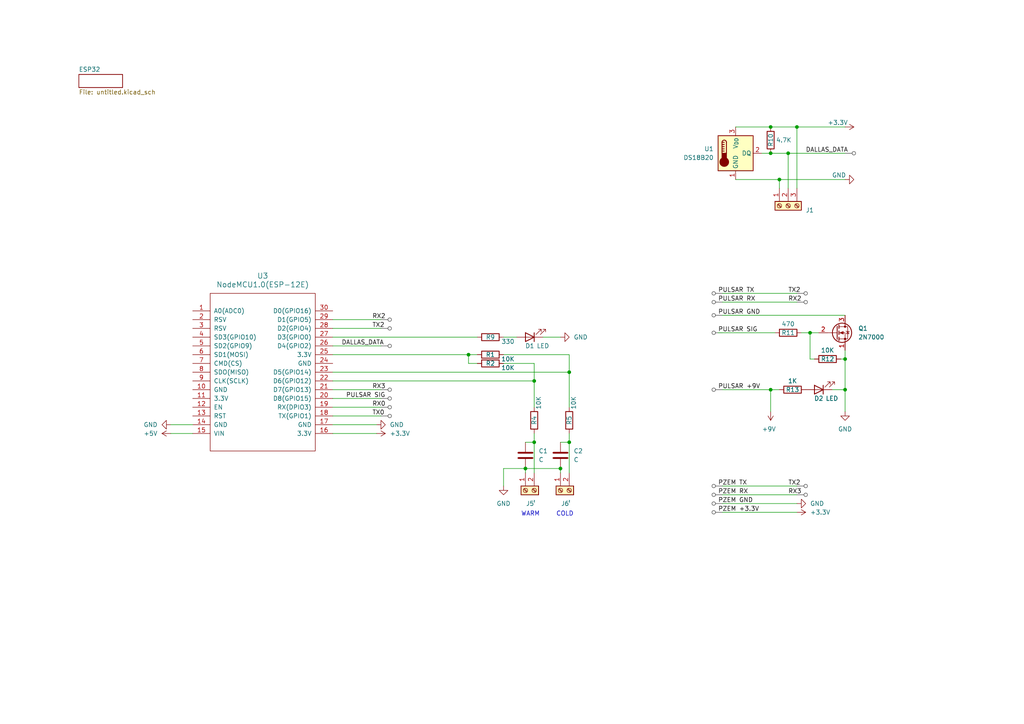
<source format=kicad_sch>
(kicad_sch (version 20230121) (generator eeschema)
  (paper "A4")
  (lib_symbols
    (symbol "Connector:Screw_Terminal_01x02" (pin_names (offset 1.016) hide)
      (property "Reference" "J" (at 0 2.54 0))
      (property "Value" "Screw_Terminal_01x02" (at 0 -5.08 0))
      (symbol "Screw_Terminal_01x02_1_1"
        (rectangle (start -1.27 1.27) (end 1.27 -3.81) (stroke (width 0.254)) (fill (type background)))
        (circle (center 0 -2.54) (radius 0.635) (stroke (width 0.1524)))
        (polyline (pts (xy -0.5334 -2.2098) (xy 0.3302 -3.048)) (stroke (width 0.1524)))
        (polyline (pts (xy -0.5334 0.3302) (xy 0.3302 -0.508)) (stroke (width 0.1524)))
        (polyline (pts (xy -0.3556 -2.032) (xy 0.508 -2.8702)) (stroke (width 0.1524)))
        (polyline (pts (xy -0.3556 0.508) (xy 0.508 -0.3302)) (stroke (width 0.1524)))
        (circle (center 0 0) (radius 0.635) (stroke (width 0.1524)))
        (pin passive line (at -5.08 0 0) (length 3.81) (name "Pin_1") (number "1"))
        (pin passive line (at -5.08 -2.54 0) (length 3.81) (name "Pin_2") (number "2"))
      )
    )
    (symbol "Connector:Screw_Terminal_01x03" (pin_names (offset 1.016) hide)
      (property "Reference" "J" (at 0 5.08 0))
      (property "Value" "Screw_Terminal_01x03" (at 0 -5.08 0))
      (symbol "Screw_Terminal_01x03_1_1"
        (rectangle (start -1.27 3.81) (end 1.27 -3.81) (stroke (width 0.254)) (fill (type background)))
        (circle (center 0 -2.54) (radius 0.635) (stroke (width 0.1524)))
        (polyline (pts (xy -0.5334 -2.2098) (xy 0.3302 -3.048)) (stroke (width 0.1524)))
        (polyline (pts (xy -0.5334 0.3302) (xy 0.3302 -0.508)) (stroke (width 0.1524)))
        (polyline (pts (xy -0.5334 2.8702) (xy 0.3302 2.032)) (stroke (width 0.1524)))
        (polyline (pts (xy -0.3556 -2.032) (xy 0.508 -2.8702)) (stroke (width 0.1524)))
        (polyline (pts (xy -0.3556 0.508) (xy 0.508 -0.3302)) (stroke (width 0.1524)))
        (polyline (pts (xy -0.3556 3.048) (xy 0.508 2.2098)) (stroke (width 0.1524)))
        (circle (center 0 0) (radius 0.635) (stroke (width 0.1524)))
        (circle (center 0 2.54) (radius 0.635) (stroke (width 0.1524)))
        (pin passive line (at -5.08 2.54 0) (length 3.81) (name "Pin_1") (number "1"))
        (pin passive line (at -5.08 0 0) (length 3.81) (name "Pin_2") (number "2"))
        (pin passive line (at -5.08 -2.54 0) (length 3.81) (name "Pin_3") (number "3"))
      )
    )
    (symbol "Device:C" (pin_numbers hide) (pin_names (offset 0.254))
      (property "Reference" "C" (at 0.635 2.54 0))
      (property "Value" "C" (at 0.635 -2.54 0))
      (symbol "C_0_1"
        (polyline (pts (xy -2.032 -0.762) (xy 2.032 -0.762)) (stroke (width 0.508)))
        (polyline (pts (xy -2.032 0.762) (xy 2.032 0.762)) (stroke (width 0.508)))
      )
      (symbol "C_1_1"
        (pin passive line (at 0 3.81 270) (length 2.794) (name "~") (number "1"))
        (pin passive line (at 0 -3.81 90) (length 2.794) (name "~") (number "2"))
      )
    )
    (symbol "Device:LED" (pin_numbers hide) (pin_names (offset 1.016) hide)
      (property "Reference" "D" (at 0 2.54 0))
      (property "Value" "LED" (at 0 -2.54 0))
      (symbol "LED_0_1"
        (polyline (pts (xy -1.27 -1.27) (xy -1.27 1.27)) (stroke (width 0.254)))
        (polyline (pts (xy -1.27 0) (xy 1.27 0)))
        (polyline (pts (xy 1.27 -1.27) (xy 1.27 1.27) (xy -1.27 0) (xy 1.27 -1.27)) (stroke (width 0.254)))
        (polyline (pts (xy -3.048 -0.762) (xy -4.572 -2.286) (xy -3.81 -2.286) (xy -4.572 -2.286) (xy -4.572 -1.524)))
        (polyline (pts (xy -1.778 -0.762) (xy -3.302 -2.286) (xy -2.54 -2.286) (xy -3.302 -2.286) (xy -3.302 -1.524)))
      )
      (symbol "LED_1_1"
        (pin passive line (at -3.81 0 0) (length 2.54) (name "K") (number "1"))
        (pin passive line (at 3.81 0 180) (length 2.54) (name "A") (number "2"))
      )
    )
    (symbol "Device:R" (pin_numbers hide) (pin_names (offset 0))
      (property "Reference" "R" (at 2.032 0 90))
      (property "Value" "R" (at 0 0 90))
      (symbol "R_0_1"
        (rectangle (start -1.016 -2.54) (end 1.016 2.54) (stroke (width 0.254)))
      )
      (symbol "R_1_1"
        (pin passive line (at 0 3.81 270) (length 1.27) (name "~") (number "1"))
        (pin passive line (at 0 -3.81 90) (length 1.27) (name "~") (number "2"))
      )
    )
    (symbol "ESP8266:NodeMCU1.0(ESP-12E)" (pin_names (offset 1.016))
      (property "Reference" "U" (at 0 21.59 0))
      (property "Value" "NodeMCU1.0(ESP-12E)" (at 0 -21.59 0))
      (symbol "NodeMCU1.0(ESP-12E)_0_1"
        (rectangle (start -15.24 -22.86) (end 15.24 22.86))
      )
      (symbol "NodeMCU1.0(ESP-12E)_1_1"
        (pin input line (at -20.32 17.78 0) (length 5.08) (name "A0(ADC0)") (number "1"))
        (pin input line (at -20.32 -5.08 0) (length 5.08) (name "GND") (number "10"))
        (pin input line (at -20.32 -7.62 0) (length 5.08) (name "3.3V") (number "11"))
        (pin input line (at -20.32 -10.16 0) (length 5.08) (name "EN") (number "12"))
        (pin input line (at -20.32 -12.7 0) (length 5.08) (name "RST") (number "13"))
        (pin input line (at -20.32 -15.24 0) (length 5.08) (name "GND") (number "14"))
        (pin input line (at -20.32 -17.78 0) (length 5.08) (name "VIN") (number "15"))
        (pin input line (at 20.32 -17.78 180) (length 5.08) (name "3.3V") (number "16"))
        (pin input line (at 20.32 -15.24 180) (length 5.08) (name "GND") (number "17"))
        (pin input line (at 20.32 -12.7 180) (length 5.08) (name "TX(GPIO1)") (number "18"))
        (pin input line (at 20.32 -10.16 180) (length 5.08) (name "RX(DPIO3)") (number "19"))
        (pin input line (at -20.32 15.24 0) (length 5.08) (name "RSV") (number "2"))
        (pin input line (at 20.32 -7.62 180) (length 5.08) (name "D8(GPIO15)") (number "20"))
        (pin input line (at 20.32 -5.08 180) (length 5.08) (name "D7(GPIO13)") (number "21"))
        (pin input line (at 20.32 -2.54 180) (length 5.08) (name "D6(GPIO12)") (number "22"))
        (pin input line (at 20.32 0 180) (length 5.08) (name "D5(GPIO14)") (number "23"))
        (pin input line (at 20.32 2.54 180) (length 5.08) (name "GND") (number "24"))
        (pin input line (at 20.32 5.08 180) (length 5.08) (name "3.3V") (number "25"))
        (pin input line (at 20.32 7.62 180) (length 5.08) (name "D4(GPIO2)") (number "26"))
        (pin input line (at 20.32 10.16 180) (length 5.08) (name "D3(GPIO0)") (number "27"))
        (pin input line (at 20.32 12.7 180) (length 5.08) (name "D2(GPIO4)") (number "28"))
        (pin input line (at 20.32 15.24 180) (length 5.08) (name "D1(GPIO5)") (number "29"))
        (pin input line (at -20.32 12.7 0) (length 5.08) (name "RSV") (number "3"))
        (pin input line (at 20.32 17.78 180) (length 5.08) (name "D0(GPIO16)") (number "30"))
        (pin input line (at -20.32 10.16 0) (length 5.08) (name "SD3(GPIO10)") (number "4"))
        (pin input line (at -20.32 7.62 0) (length 5.08) (name "SD2(GPIO9)") (number "5"))
        (pin input line (at -20.32 5.08 0) (length 5.08) (name "SD1(MOSI)") (number "6"))
        (pin input line (at -20.32 2.54 0) (length 5.08) (name "CMD(CS)") (number "7"))
        (pin input line (at -20.32 0 0) (length 5.08) (name "SDO(MISO)") (number "8"))
        (pin input line (at -20.32 -2.54 0) (length 5.08) (name "CLK(SCLK)") (number "9"))
      )
    )
    (symbol "Sensor_Temperature:DS18B20"
      (property "Reference" "U" (at -3.81 6.35 0))
      (property "Value" "DS18B20" (at 6.35 6.35 0))
      (symbol "DS18B20_0_1"
        (rectangle (start -5.08 5.08) (end 5.08 -5.08) (stroke (width 0.254)) (fill (type background)))
        (circle (center -3.302 -2.54) (radius 1.27) (stroke (width 0.254)) (fill (type outline)))
        (rectangle (start -2.667 -1.905) (end -3.937 0) (stroke (width 0.254)) (fill (type outline)))
        (arc (start -2.667 3.175) (mid -3.302 3.8073) (end -3.937 3.175) (stroke (width 0.254)))
        (polyline (pts (xy -3.937 0.635) (xy -3.302 0.635)) (stroke (width 0.254)))
        (polyline (pts (xy -3.937 1.27) (xy -3.302 1.27)) (stroke (width 0.254)))
        (polyline (pts (xy -3.937 1.905) (xy -3.302 1.905)) (stroke (width 0.254)))
        (polyline (pts (xy -3.937 2.54) (xy -3.302 2.54)) (stroke (width 0.254)))
        (polyline (pts (xy -3.937 3.175) (xy -3.937 0)) (stroke (width 0.254)))
        (polyline (pts (xy -3.937 3.175) (xy -3.302 3.175)) (stroke (width 0.254)))
        (polyline (pts (xy -2.667 3.175) (xy -2.667 0)) (stroke (width 0.254)))
      )
      (symbol "DS18B20_1_1"
        (pin power_in line (at 0 -7.62 90) (length 2.54) (name "GND") (number "1"))
        (pin bidirectional line (at 7.62 0 180) (length 2.54) (name "DQ") (number "2"))
        (pin power_in line (at 0 7.62 270) (length 2.54) (name "V_{DD}") (number "3"))
      )
    )
    (symbol "Transistor_FET:2N7000" (pin_names hide)
      (property "Reference" "Q" (at 5.08 1.905 0))
      (property "Value" "2N7000" (at 5.08 0 0))
      (symbol "2N7000_0_1"
        (polyline (pts (xy 0.254 0) (xy -2.54 0)))
        (polyline (pts (xy 0.254 1.905) (xy 0.254 -1.905)) (stroke (width 0.254)))
        (polyline (pts (xy 0.762 -1.27) (xy 0.762 -2.286)) (stroke (width 0.254)))
        (polyline (pts (xy 0.762 0.508) (xy 0.762 -0.508)) (stroke (width 0.254)))
        (polyline (pts (xy 0.762 2.286) (xy 0.762 1.27)) (stroke (width 0.254)))
        (polyline (pts (xy 2.54 2.54) (xy 2.54 1.778)))
        (polyline (pts (xy 2.54 -2.54) (xy 2.54 0) (xy 0.762 0)))
        (polyline (pts (xy 0.762 -1.778) (xy 3.302 -1.778) (xy 3.302 1.778) (xy 0.762 1.778)))
        (polyline (pts (xy 1.016 0) (xy 2.032 0.381) (xy 2.032 -0.381) (xy 1.016 0)) (fill (type outline)))
        (polyline (pts (xy 2.794 0.508) (xy 2.921 0.381) (xy 3.683 0.381) (xy 3.81 0.254)))
        (polyline (pts (xy 3.302 0.381) (xy 2.921 -0.254) (xy 3.683 -0.254) (xy 3.302 0.381)))
        (circle (center 1.651 0) (radius 2.794) (stroke (width 0.254)))
        (circle (center 2.54 -1.778) (radius 0.254) (fill (type outline)))
        (circle (center 2.54 1.778) (radius 0.254) (fill (type outline)))
      )
      (symbol "2N7000_1_1"
        (pin passive line (at 2.54 -5.08 90) (length 2.54) (name "S") (number "1"))
        (pin input line (at -5.08 0 0) (length 2.54) (name "G") (number "2"))
        (pin passive line (at 2.54 5.08 270) (length 2.54) (name "D") (number "3"))
      )
    )
    (symbol "power:+3.3V" (power) (pin_names (offset 0))
      (property "Value" "+3.3V" (at 0 3.556 0))
      (symbol "+3.3V_0_1"
        (polyline (pts (xy -0.762 1.27) (xy 0 2.54)))
        (polyline (pts (xy 0 0) (xy 0 2.54)))
        (polyline (pts (xy 0 2.54) (xy 0.762 1.27)))
      )
      (symbol "+3.3V_1_1"
        (pin power_in line (at 0 0 90) (length 0) hide (name "+3.3V") (number "1"))
      )
    )
    (symbol "power:+5V" (power) (pin_names (offset 0))
      (property "Value" "+5V" (at 0 3.556 0))
      (symbol "+5V_0_1"
        (polyline (pts (xy -0.762 1.27) (xy 0 2.54)))
        (polyline (pts (xy 0 0) (xy 0 2.54)))
        (polyline (pts (xy 0 2.54) (xy 0.762 1.27)))
      )
      (symbol "+5V_1_1"
        (pin power_in line (at 0 0 90) (length 0) hide (name "+5V") (number "1"))
      )
    )
    (symbol "power:+9V" (power) (pin_names (offset 0))
      (property "Value" "+9V" (at 0 3.556 0))
      (symbol "+9V_0_1"
        (polyline (pts (xy -0.762 1.27) (xy 0 2.54)))
        (polyline (pts (xy 0 0) (xy 0 2.54)))
        (polyline (pts (xy 0 2.54) (xy 0.762 1.27)))
      )
      (symbol "+9V_1_1"
        (pin power_in line (at 0 0 90) (length 0) hide (name "+9V") (number "1"))
      )
    )
    (symbol "power:GND" (power) (pin_names (offset 0))
      (property "Value" "GND" (at 0 -3.81 0))
      (symbol "GND_0_1"
        (polyline (pts (xy 0 0) (xy 0 -1.27) (xy 1.27 -1.27) (xy 0 -2.54) (xy -1.27 -1.27) (xy 0 -1.27)))
      )
      (symbol "GND_1_1"
        (pin power_in line (at 0 0 270) (length 0) hide (name "GND") (number "1"))
      )
    )
  )
  (junction (at 234.95 96.52))
  (junction (at 223.52 36.83))
  (junction (at 223.52 113.03))
  (junction (at 154.94 110.49))
  (junction (at 226.06 52.07))
  (junction (at 228.6 44.45))
  (junction (at 162.56 135.89))
  (junction (at 223.52 44.45))
  (junction (at 152.4 135.89))
  (junction (at 165.1 128.27))
  (junction (at 135.89 102.87))
  (junction (at 231.14 36.83))
  (junction (at 245.11 113.03))
  (junction (at 165.1 107.95))
  (junction (at 245.11 104.14))
  (junction (at 154.94 128.27))
  (wire (pts (xy 245.11 104.14) (xy 245.11 113.03)))
  (wire (pts (xy 223.52 36.83) (xy 231.14 36.83)))
  (wire (pts (xy 152.4 135.89) (xy 162.56 135.89)))
  (wire (pts (xy 209.55 140.97) (xy 231.14 140.97)))
  (wire (pts (xy 234.95 96.52) (xy 234.95 104.14)))
  (wire (pts (xy 49.53 125.73) (xy 55.88 125.73)))
  (wire (pts (xy 96.52 92.71) (xy 110.49 92.71)))
  (wire (pts (xy 96.52 107.95) (xy 165.1 107.95)))
  (wire (pts (xy 96.52 100.33) (xy 110.49 100.33)))
  (wire (pts (xy 237.49 96.52) (xy 234.95 96.52)))
  (wire (pts (xy 165.1 102.87) (xy 165.1 107.95)))
  (wire (pts (xy 223.52 44.45) (xy 220.98 44.45)))
  (wire (pts (xy 154.94 110.49) (xy 154.94 118.11)))
  (wire (pts (xy 154.94 105.41) (xy 154.94 110.49)))
  (wire (pts (xy 228.6 44.45) (xy 245.11 44.45)))
  (wire (pts (xy 226.06 52.07) (xy 226.06 54.61)))
  (wire (pts (xy 241.3 113.03) (xy 245.11 113.03)))
  (wire (pts (xy 152.4 128.27) (xy 154.94 128.27)))
  (wire (pts (xy 146.05 105.41) (xy 154.94 105.41)))
  (wire (pts (xy 157.48 97.79) (xy 162.56 97.79)))
  (wire (pts (xy 236.22 104.14) (xy 234.95 104.14)))
  (wire (pts (xy 245.11 101.6) (xy 245.11 104.14)))
  (wire (pts (xy 209.55 87.63) (xy 231.14 87.63)))
  (wire (pts (xy 96.52 97.79) (xy 138.43 97.79)))
  (wire (pts (xy 96.52 113.03) (xy 110.49 113.03)))
  (wire (pts (xy 165.1 125.73) (xy 165.1 128.27)))
  (wire (pts (xy 146.05 102.87) (xy 165.1 102.87)))
  (wire (pts (xy 226.06 52.07) (xy 245.11 52.07)))
  (wire (pts (xy 223.52 113.03) (xy 209.55 113.03)))
  (wire (pts (xy 228.6 44.45) (xy 228.6 54.61)))
  (wire (pts (xy 162.56 128.27) (xy 165.1 128.27)))
  (wire (pts (xy 96.52 95.25) (xy 110.49 95.25)))
  (wire (pts (xy 49.53 123.19) (xy 55.88 123.19)))
  (wire (pts (xy 146.05 135.89) (xy 146.05 140.97)))
  (wire (pts (xy 231.14 36.83) (xy 245.11 36.83)))
  (wire (pts (xy 165.1 107.95) (xy 165.1 118.11)))
  (wire (pts (xy 154.94 128.27) (xy 154.94 137.16)))
  (wire (pts (xy 96.52 118.11) (xy 110.49 118.11)))
  (wire (pts (xy 165.1 128.27) (xy 165.1 137.16)))
  (wire (pts (xy 234.95 96.52) (xy 232.41 96.52)))
  (wire (pts (xy 146.05 135.89) (xy 152.4 135.89)))
  (wire (pts (xy 213.36 36.83) (xy 223.52 36.83)))
  (wire (pts (xy 109.22 125.73) (xy 96.52 125.73)))
  (wire (pts (xy 209.55 146.05) (xy 231.14 146.05)))
  (wire (pts (xy 209.55 91.44) (xy 245.11 91.44)))
  (wire (pts (xy 135.89 102.87) (xy 135.89 105.41)))
  (wire (pts (xy 152.4 135.89) (xy 152.4 137.16)))
  (wire (pts (xy 135.89 102.87) (xy 138.43 102.87)))
  (wire (pts (xy 96.52 120.65) (xy 110.49 120.65)))
  (wire (pts (xy 154.94 125.73) (xy 154.94 128.27)))
  (wire (pts (xy 109.22 123.19) (xy 96.52 123.19)))
  (wire (pts (xy 96.52 110.49) (xy 154.94 110.49)))
  (wire (pts (xy 209.55 85.09) (xy 231.14 85.09)))
  (wire (pts (xy 243.84 104.14) (xy 245.11 104.14)))
  (wire (pts (xy 209.55 143.51) (xy 231.14 143.51)))
  (wire (pts (xy 162.56 135.89) (xy 162.56 137.16)))
  (wire (pts (xy 223.52 113.03) (xy 223.52 119.38)))
  (wire (pts (xy 223.52 44.45) (xy 228.6 44.45)))
  (wire (pts (xy 135.89 105.41) (xy 138.43 105.41)))
  (wire (pts (xy 208.28 96.52) (xy 224.79 96.52)))
  (wire (pts (xy 245.11 113.03) (xy 245.11 119.38)))
  (wire (pts (xy 231.14 36.83) (xy 231.14 54.61)))
  (wire (pts (xy 146.05 97.79) (xy 149.86 97.79)))
  (wire (pts (xy 213.36 52.07) (xy 226.06 52.07)))
  (wire (pts (xy 209.55 148.59) (xy 231.14 148.59)))
  (wire (pts (xy 96.52 102.87) (xy 135.89 102.87)))
  (wire (pts (xy 96.52 115.57) (xy 110.49 115.57)))
  (wire (pts (xy 223.52 113.03) (xy 226.06 113.03)))
  (text "WARM" (at 151.13 149.86 0) (effects (font (size 1.27 1.27)) (justify left bottom)))
  (text "COLD" (at 161.29 149.86 0) (effects (font (size 1.27 1.27)) (justify left bottom)))
  (label "PULSAR SIG" (at 100.33 115.57 0))
  (label "RX2" (at 107.95 92.71 0))
  (label "PULSAR +9V" (at 208.28 113.03 0))
  (label "TX0" (at 107.95 120.65 0))
  (label "PULSAR GND" (at 208.28 91.44 0))
  (label "RX2" (at 228.6 87.63 0))
  (label "RX0" (at 107.95 118.11 0))
  (label "DALLAS_DATA" (at 233.68 44.45 0))
  (label "PZEM RX" (at 208.28 143.51 0))
  (label "PZEM +3.3V" (at 208.28 148.59 0))
  (label "TX2" (at 228.6 140.97 0))
  (label "DALLAS_DATA" (at 99.06 100.33 0))
  (label "PZEM GND" (at 208.28 146.05 0))
  (label "PULSAR TX" (at 208.28 85.09 0))
  (label "PZEM TX" (at 208.28 140.97 0))
  (label "RX3" (at 228.6 143.51 0))
  (label "PULSAR RX" (at 208.28 87.63 0))
  (label "TX2" (at 107.95 95.25 0))
  (label "PULSAR SIG" (at 208.28 96.52 0))
  (label "RX3" (at 107.95 113.03 0))
  (label "TX2" (at 228.6 85.09 0))
  (netclass_flag "" (length 2.54) (shape round) (at 231.14 140.97 270))
  (netclass_flag "" (length 2.54) (shape round) (at 209.55 146.05 90))
  (netclass_flag "" (length 2.54) (shape round) (at 110.49 95.25 270))
  (netclass_flag "" (length 2.54) (shape round) (at 110.49 118.11 270))
  (netclass_flag "" (length 2.54) (shape round) (at 245.11 44.45 270))
  (netclass_flag "" (length 2.54) (shape round) (at 231.14 143.51 270))
  (netclass_flag "" (length 2.54) (shape round) (at 110.49 115.57 270))
  (netclass_flag "" (length 2.54) (shape round) (at 231.14 85.09 270))
  (netclass_flag "" (length 2.54) (shape round) (at 110.49 113.03 270))
  (netclass_flag "" (length 2.54) (shape round) (at 209.55 143.51 90))
  (netclass_flag "" (length 2.54) (shape round) (at 209.55 140.97 90))
  (netclass_flag "" (length 2.54) (shape round) (at 209.55 96.52 90))
  (netclass_flag "" (length 2.54) (shape round) (at 231.14 87.63 270))
  (netclass_flag "" (length 2.54) (shape round) (at 110.49 92.71 270))
  (netclass_flag "" (length 2.54) (shape round) (at 209.55 85.09 90))
  (netclass_flag "" (length 2.54) (shape round) (at 110.49 120.65 270))
  (netclass_flag "" (length 2.54) (shape round) (at 209.55 91.44 90))
  (netclass_flag "" (length 2.54) (shape round) (at 209.55 113.03 90))
  (netclass_flag "" (length 2.54) (shape round) (at 110.49 100.33 270))
  (netclass_flag "" (length 2.54) (shape round) (at 209.55 87.63 90))
  (netclass_flag "" (length 2.54) (shape round) (at 209.55 148.59 90))
  (symbol (lib_id "ESP8266:NodeMCU1.0(ESP-12E)") (at 76.2 107.95 0) (unit 1)
    (property "Reference" "U3" (at 76.2 80.01 0) (effects (font (size 1.524 1.524))))
    (property "Value" "NodeMCU1.0(ESP-12E)" (at 76.2 82.55 0) (effects (font (size 1.524 1.524))))
  )
  (symbol (lib_id "Device:C") (at 162.56 132.08 0) (unit 1)
    (property "Reference" "C2" (at 166.37 130.81 0) (effects (justify left)))
    (property "Value" "C" (at 166.37 133.35 0) (effects (justify left)))
  )
  (symbol (lib_id "power:GND") (at 231.14 146.05 90) (unit 1)
    (property "Reference" "#PWR010" (effects hide))
    (property "Value" "GND" (at 234.95 146.05 90) (effects (justify right)))
  )
  (symbol (lib_id "power:+3.3V") (at 245.11 36.83 270) (unit 1)
    (property "Reference" "#PWR09" (effects hide))
    (property "Value" "+3.3V" (at 240.03 35.56 90) (effects (justify left)))
  )
  (symbol (lib_id "Connector:Screw_Terminal_01x03") (at 228.6 59.69 90) (mirror x) (unit 1)
    (property "Reference" "J1" (at 233.68 60.96 90) (effects (justify right)))
    (property "Value" "Screw_Terminal_01x03" (effects hide))
  )
  (symbol (lib_id "Device:R") (at 229.87 113.03 270) (unit 1)
    (property "Reference" "R13" (at 229.87 113.03 90))
    (property "Value" "1K" (at 229.87 110.49 90))
  )
  (symbol (lib_id "power:GND") (at 146.05 140.97 0) (unit 1)
    (property "Reference" "#PWR02" (effects hide))
    (property "Value" "GND" (at 146.05 146.05 0))
  )
  (symbol (lib_id "Device:R") (at 142.24 102.87 90) (unit 1)
    (property "Reference" "R1" (at 142.24 102.87 90))
    (property "Value" "10K" (at 147.32 104.14 90))
  )
  (symbol (lib_id "Sensor_Temperature:DS18B20") (at 213.36 44.45 0) (unit 1)
    (property "Reference" "U1" (at 207.01 43.18 0) (effects (justify right)))
    (property "Value" "DS18B20" (at 207.01 45.72 0) (effects (justify right)))
    (property "Footprint" "Package_TO_SOT_THT:TO-92_Inline" (effects hide))
    (property "Datasheet" "http://datasheets.maximintegrated.com/en/ds/DS18B20.pdf" (effects hide))
  )
  (symbol (lib_id "power:GND") (at 162.56 97.79 90) (unit 1)
    (property "Reference" "#PWR04" (effects hide))
    (property "Value" "GND" (at 166.37 97.79 90) (effects (justify right)))
  )
  (symbol (lib_id "Device:R") (at 154.94 121.92 180) (unit 1)
    (property "Reference" "R4" (at 154.94 121.92 90))
    (property "Value" "10K" (at 156.21 116.84 90))
  )
  (symbol (lib_id "Device:LED") (at 237.49 113.03 180) (unit 1)
    (property "Reference" "D2" (at 237.49 115.57 0))
    (property "Value" "LED" (at 241.3 115.57 0))
  )
  (symbol (lib_id "Device:R") (at 228.6 96.52 90) (unit 1)
    (property "Reference" "R11" (at 228.6 96.52 90))
    (property "Value" "470" (at 228.6 93.98 90))
  )
  (symbol (lib_id "Transistor_FET:2N7000") (at 242.57 96.52 0) (unit 1)
    (property "Reference" "Q1" (at 248.92 95.25 0) (effects (justify left)))
    (property "Value" "2N7000" (at 248.92 97.79 0) (effects (justify left)))
    (property "Footprint" "Package_TO_SOT_THT:TO-92_Inline" (effects hide))
    (property "Datasheet" "https://www.vishay.com/docs/70226/70226.pdf" (effects hide))
  )
  (symbol (lib_id "power:+3.3V") (at 231.14 148.59 270) (unit 1)
    (property "Reference" "#PWR013" (effects hide))
    (property "Value" "+3.3V" (at 234.95 148.59 90) (effects (justify left)))
  )
  (symbol (lib_id "power:GND") (at 245.11 52.07 90) (unit 1)
    (property "Reference" "#PWR08" (effects hide))
    (property "Value" "GND" (at 241.3 50.8 90) (effects (justify right)))
  )
  (symbol (lib_id "Connector:Screw_Terminal_01x02") (at 162.56 142.24 90) (mirror x) (unit 1)
    (property "Reference" "J6" (at 165.1 146.05 90) (effects (justify left)))
    (property "Value" "~" (at 165.1 144.78 0) (effects (justify left)))
  )
  (symbol (lib_id "power:+9V") (at 223.52 119.38 0) (mirror x) (unit 1)
    (property "Reference" "#PWR011" (effects hide))
    (property "Value" "+9V" (at 220.98 124.46 0) (effects (justify left)))
  )
  (symbol (lib_id "Connector:Screw_Terminal_01x02") (at 152.4 142.24 90) (mirror x) (unit 1)
    (property "Reference" "J5" (at 154.94 146.05 90) (effects (justify left)))
    (property "Value" "~" (at 154.94 144.78 0) (effects (justify left)))
  )
  (symbol (lib_id "Device:R") (at 142.24 97.79 90) (unit 1)
    (property "Reference" "R9" (at 142.24 97.79 90))
    (property "Value" "330" (at 147.32 99.06 90))
  )
  (symbol (lib_id "Device:LED") (at 153.67 97.79 180) (unit 1)
    (property "Reference" "D1" (at 153.67 100.33 0))
    (property "Value" "LED" (at 157.48 100.33 0))
  )
  (symbol (lib_id "Device:R") (at 165.1 121.92 180) (unit 1)
    (property "Reference" "R5" (at 165.1 121.92 90))
    (property "Value" "10K" (at 166.37 116.84 90))
  )
  (symbol (lib_id "power:GND") (at 109.22 123.19 90) (unit 1)
    (property "Reference" "#PWR03" (effects hide))
    (property "Value" "GND" (at 113.03 123.19 90) (effects (justify right)))
  )
  (symbol (lib_id "power:GND") (at 245.11 119.38 0) (unit 1)
    (property "Reference" "#PWR012" (effects hide))
    (property "Value" "GND" (at 245.11 124.46 0))
  )
  (symbol (lib_id "Device:R") (at 223.52 40.64 0) (unit 1)
    (property "Reference" "R10" (at 223.52 40.64 90))
    (property "Value" "4.7K" (at 227.33 40.64 0))
  )
  (symbol (lib_id "power:+5V") (at 49.53 125.73 90) (unit 1)
    (property "Reference" "#PWR07" (effects hide))
    (property "Value" "+5V" (at 45.72 125.73 90) (effects (justify left)))
  )
  (symbol (lib_id "Device:C") (at 152.4 132.08 0) (unit 1)
    (property "Reference" "C1" (at 156.21 130.81 0) (effects (justify left)))
    (property "Value" "C" (at 156.21 133.35 0) (effects (justify left)))
  )
  (symbol (lib_id "power:GND") (at 49.53 123.19 270) (unit 1)
    (property "Reference" "#PWR06" (effects hide))
    (property "Value" "GND" (at 45.72 123.19 90) (effects (justify right)))
  )
  (symbol (lib_id "Device:R") (at 240.03 104.14 270) (unit 1)
    (property "Reference" "R12" (at 240.03 104.14 90))
    (property "Value" "10K" (at 240.03 101.6 90))
  )
  (symbol (lib_id "power:+3.3V") (at 109.22 125.73 270) (unit 1)
    (property "Reference" "#PWR05" (effects hide))
    (property "Value" "+3.3V" (at 113.03 125.73 90) (effects (justify left)))
  )
  (symbol (lib_id "Device:R") (at 142.24 105.41 90) (unit 1)
    (property "Reference" "R2" (at 142.24 105.41 90))
    (property "Value" "10K" (at 147.32 106.68 90))
  )
  (sheet (at 22.86 21.59) (size 12.7 3.81) (stroke (width 0.1524))
    (property "Sheetname" "ESP32" (at 22.86 20.8784 0) (effects (justify left bottom)))
    (property "Sheetfile" "untitled.kicad_sch" (at 22.86 25.9846 0) (effects (justify left top)))
  )
)
</source>
